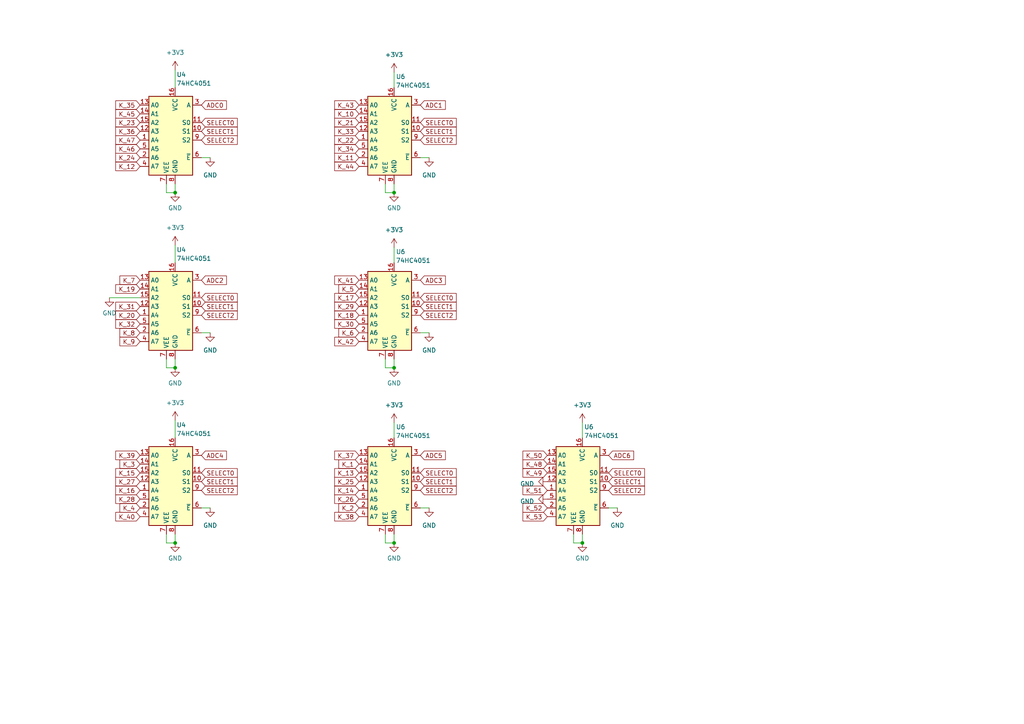
<source format=kicad_sch>
(kicad_sch (version 20230121) (generator eeschema)
  (paper "A4")
  (lib_symbols
    (symbol "74xx:74HC4051"
      (property "Reference" "U" (at -5.08 11.43 0))
      (property "Value" "74HC4051" (at -7.62 -13.97 0))
      (symbol "74HC4051_0_1"
        (rectangle (start -5.08 10.16) (end 7.62 -12.7) (stroke (width 0.254)) (fill (type background)))
      )
      (symbol "74HC4051_1_1"
        (pin passive line (at 10.16 -2.54 180) (length 2.54) (name "A4") (number "1"))
        (pin input line (at -7.62 0 0) (length 2.54) (name "S1") (number "10"))
        (pin input line (at -7.62 2.54 0) (length 2.54) (name "S0") (number "11"))
        (pin passive line (at 10.16 0 180) (length 2.54) (name "A3") (number "12"))
        (pin passive line (at 10.16 7.62 180) (length 2.54) (name "A0") (number "13"))
        (pin passive line (at 10.16 5.08 180) (length 2.54) (name "A1") (number "14"))
        (pin passive line (at 10.16 2.54 180) (length 2.54) (name "A2") (number "15"))
        (pin power_in line (at 0 12.7 270) (length 2.54) (name "VCC") (number "16"))
        (pin passive line (at 10.16 -7.62 180) (length 2.54) (name "A6") (number "2"))
        (pin passive line (at -7.62 7.62 0) (length 2.54) (name "A") (number "3"))
        (pin passive line (at 10.16 -10.16 180) (length 2.54) (name "A7") (number "4"))
        (pin passive line (at 10.16 -5.08 180) (length 2.54) (name "A5") (number "5"))
        (pin input line (at -7.62 -7.62 0) (length 2.54) (name "~{E}") (number "6"))
        (pin power_in line (at 2.54 -15.24 90) (length 2.54) (name "VEE") (number "7"))
        (pin power_in line (at 0 -15.24 90) (length 2.54) (name "GND") (number "8"))
        (pin input line (at -7.62 -2.54 0) (length 2.54) (name "S2") (number "9"))
      )
    )
    (symbol "power:+3V3" (power) (pin_names (offset 0))
      (property "Value" "+3V3" (at 0 3.556 0))
      (symbol "+3V3_0_1"
        (polyline (pts (xy -0.762 1.27) (xy 0 2.54)))
        (polyline (pts (xy 0 0) (xy 0 2.54)))
        (polyline (pts (xy 0 2.54) (xy 0.762 1.27)))
      )
      (symbol "+3V3_1_1"
        (pin power_in line (at 0 0 90) (length 0) hide (name "+3V3") (number "1"))
      )
    )
    (symbol "power:GND" (power) (pin_names (offset 0))
      (property "Value" "GND" (at 0 -3.81 0))
      (symbol "GND_0_1"
        (polyline (pts (xy 0 0) (xy 0 -1.27) (xy 1.27 -1.27) (xy 0 -2.54) (xy -1.27 -1.27) (xy 0 -1.27)))
      )
      (symbol "GND_1_1"
        (pin power_in line (at 0 0 270) (length 0) hide (name "GND") (number "1"))
      )
    )
  )
  (junction (at 114.3 55.88))
  (junction (at 50.8 55.88))
  (junction (at 114.3 157.48))
  (junction (at 168.91 157.48))
  (junction (at 50.8 106.68))
  (junction (at 50.8 157.48))
  (junction (at 114.3 106.68))
  (wire (pts (xy 50.8 53.34) (xy 50.8 55.88)))
  (wire (pts (xy 48.26 53.34) (xy 48.26 55.88)))
  (wire (pts (xy 60.96 147.32) (xy 58.42 147.32)))
  (wire (pts (xy 111.76 53.34) (xy 111.76 55.88)))
  (wire (pts (xy 60.96 45.72) (xy 58.42 45.72)))
  (wire (pts (xy 166.37 154.94) (xy 166.37 157.48)))
  (wire (pts (xy 31.75 86.36) (xy 40.64 86.36)))
  (wire (pts (xy 179.07 147.32) (xy 176.53 147.32)))
  (wire (pts (xy 48.26 157.48) (xy 50.8 157.48)))
  (wire (pts (xy 50.8 104.14) (xy 50.8 106.68)))
  (wire (pts (xy 111.76 106.68) (xy 114.3 106.68)))
  (wire (pts (xy 114.3 122.555) (xy 114.3 127)))
  (wire (pts (xy 166.37 157.48) (xy 168.91 157.48)))
  (wire (pts (xy 48.26 154.94) (xy 48.26 157.48)))
  (wire (pts (xy 114.3 53.34) (xy 114.3 55.88)))
  (wire (pts (xy 114.3 71.755) (xy 114.3 76.2)))
  (wire (pts (xy 124.46 96.52) (xy 121.92 96.52)))
  (wire (pts (xy 111.76 157.48) (xy 114.3 157.48)))
  (wire (pts (xy 114.3 20.955) (xy 114.3 25.4)))
  (wire (pts (xy 168.91 122.555) (xy 168.91 127)))
  (wire (pts (xy 48.26 106.68) (xy 50.8 106.68)))
  (wire (pts (xy 111.76 55.88) (xy 114.3 55.88)))
  (wire (pts (xy 111.76 154.94) (xy 111.76 157.48)))
  (wire (pts (xy 168.91 154.94) (xy 168.91 157.48)))
  (wire (pts (xy 50.8 71.12) (xy 50.8 76.2)))
  (wire (pts (xy 48.26 104.14) (xy 48.26 106.68)))
  (wire (pts (xy 48.26 55.88) (xy 50.8 55.88)))
  (wire (pts (xy 50.8 20.32) (xy 50.8 25.4)))
  (wire (pts (xy 50.8 121.92) (xy 50.8 127)))
  (wire (pts (xy 124.46 45.72) (xy 121.92 45.72)))
  (wire (pts (xy 114.3 104.14) (xy 114.3 106.68)))
  (wire (pts (xy 111.76 104.14) (xy 111.76 106.68)))
  (wire (pts (xy 114.3 154.94) (xy 114.3 157.48)))
  (wire (pts (xy 50.8 154.94) (xy 50.8 157.48)))
  (wire (pts (xy 124.46 147.32) (xy 121.92 147.32)))
  (wire (pts (xy 60.96 96.52) (xy 58.42 96.52)))
  (global_label "SELECT0" (shape input) (at 121.92 86.36 0) (property "Intersheetrefs" "${INTERSHEET_REFS}" (effects hide)))
  (global_label "K_9" (shape input) (at 40.64 99.06 180) (property "Intersheetrefs" "${INTERSHEET_REFS}" (effects hide)))
  (global_label "K_29" (shape input) (at 104.14 88.9 180) (property "Intersheetrefs" "${INTERSHEET_REFS}" (effects hide)))
  (global_label "ADC4" (shape input) (at 58.42 132.08 0) (property "Intersheetrefs" "${INTERSHEET_REFS}" (effects hide)))
  (global_label "K_31" (shape input) (at 40.64 88.9 180) (property "Intersheetrefs" "${INTERSHEET_REFS}" (effects hide)))
  (global_label "ADC1" (shape input) (at 121.92 30.48 0) (property "Intersheetrefs" "${INTERSHEET_REFS}" (effects hide)))
  (global_label "K_44" (shape input) (at 104.14 48.26 180) (property "Intersheetrefs" "${INTERSHEET_REFS}" (effects hide)))
  (global_label "SELECT1" (shape input) (at 176.53 139.7 0) (property "Intersheetrefs" "${INTERSHEET_REFS}" (effects hide)))
  (global_label "K_27" (shape input) (at 40.64 139.7 180) (property "Intersheetrefs" "${INTERSHEET_REFS}" (effects hide)))
  (global_label "K_4" (shape input) (at 40.64 147.32 180) (property "Intersheetrefs" "${INTERSHEET_REFS}" (effects hide)))
  (global_label "K_24" (shape input) (at 40.64 45.72 180) (property "Intersheetrefs" "${INTERSHEET_REFS}" (effects hide)))
  (global_label "K_21" (shape input) (at 104.14 35.56 180) (property "Intersheetrefs" "${INTERSHEET_REFS}" (effects hide)))
  (global_label "SELECT1" (shape input) (at 121.92 38.1 0) (property "Intersheetrefs" "${INTERSHEET_REFS}" (effects hide)))
  (global_label "K_41" (shape input) (at 104.14 81.28 180) (property "Intersheetrefs" "${INTERSHEET_REFS}" (effects hide)))
  (global_label "K_39" (shape input) (at 40.64 132.08 180) (property "Intersheetrefs" "${INTERSHEET_REFS}" (effects hide)))
  (global_label "K_25" (shape input) (at 104.14 139.7 180) (property "Intersheetrefs" "${INTERSHEET_REFS}" (effects hide)))
  (global_label "K_47" (shape input) (at 40.64 40.64 180) (property "Intersheetrefs" "${INTERSHEET_REFS}" (effects hide)))
  (global_label "K_23" (shape input) (at 40.64 35.56 180) (property "Intersheetrefs" "${INTERSHEET_REFS}" (effects hide)))
  (global_label "SELECT0" (shape input) (at 176.53 137.16 0) (property "Intersheetrefs" "${INTERSHEET_REFS}" (effects hide)))
  (global_label "SELECT0" (shape input) (at 121.92 137.16 0) (property "Intersheetrefs" "${INTERSHEET_REFS}" (effects hide)))
  (global_label "K_22" (shape input) (at 104.14 40.64 180) (property "Intersheetrefs" "${INTERSHEET_REFS}" (effects hide)))
  (global_label "SELECT1" (shape input) (at 58.42 38.1 0) (property "Intersheetrefs" "${INTERSHEET_REFS}" (effects hide)))
  (global_label "K_2" (shape input) (at 104.14 147.32 180) (property "Intersheetrefs" "${INTERSHEET_REFS}" (effects hide)))
  (global_label "K_51" (shape input) (at 158.75 142.24 180) (property "Intersheetrefs" "${INTERSHEET_REFS}" (effects hide)))
  (global_label "K_16" (shape input) (at 40.64 142.24 180) (property "Intersheetrefs" "${INTERSHEET_REFS}" (effects hide)))
  (global_label "K_26" (shape input) (at 104.14 144.78 180) (property "Intersheetrefs" "${INTERSHEET_REFS}" (effects hide)))
  (global_label "SELECT2" (shape input) (at 58.42 40.64 0) (property "Intersheetrefs" "${INTERSHEET_REFS}" (effects hide)))
  (global_label "K_43" (shape input) (at 104.14 30.48 180) (property "Intersheetrefs" "${INTERSHEET_REFS}" (effects hide)))
  (global_label "K_30" (shape input) (at 104.14 93.98 180) (property "Intersheetrefs" "${INTERSHEET_REFS}" (effects hide)))
  (global_label "K_52" (shape input) (at 158.75 147.32 180) (property "Intersheetrefs" "${INTERSHEET_REFS}" (effects hide)))
  (global_label "K_45" (shape input) (at 40.64 33.02 180) (property "Intersheetrefs" "${INTERSHEET_REFS}" (effects hide)))
  (global_label "SELECT2" (shape input) (at 176.53 142.24 0) (property "Intersheetrefs" "${INTERSHEET_REFS}" (effects hide)))
  (global_label "ADC0" (shape input) (at 58.42 30.48 0) (property "Intersheetrefs" "${INTERSHEET_REFS}" (effects hide)))
  (global_label "K_42" (shape input) (at 104.14 99.06 180) (property "Intersheetrefs" "${INTERSHEET_REFS}" (effects hide)))
  (global_label "K_36" (shape input) (at 40.64 38.1 180) (property "Intersheetrefs" "${INTERSHEET_REFS}" (effects hide)))
  (global_label "K_37" (shape input) (at 104.14 132.08 180) (property "Intersheetrefs" "${INTERSHEET_REFS}" (effects hide)))
  (global_label "SELECT2" (shape input) (at 121.92 40.64 0) (property "Intersheetrefs" "${INTERSHEET_REFS}" (effects hide)))
  (global_label "SELECT2" (shape input) (at 121.92 91.44 0) (property "Intersheetrefs" "${INTERSHEET_REFS}" (effects hide)))
  (global_label "K_40" (shape input) (at 40.64 149.86 180) (property "Intersheetrefs" "${INTERSHEET_REFS}" (effects hide)))
  (global_label "K_14" (shape input) (at 104.14 142.24 180) (property "Intersheetrefs" "${INTERSHEET_REFS}" (effects hide)))
  (global_label "K_50" (shape input) (at 158.75 132.08 180) (property "Intersheetrefs" "${INTERSHEET_REFS}" (effects hide)))
  (global_label "K_3" (shape input) (at 40.64 134.62 180) (property "Intersheetrefs" "${INTERSHEET_REFS}" (effects hide)))
  (global_label "K_13" (shape input) (at 104.14 137.16 180) (property "Intersheetrefs" "${INTERSHEET_REFS}" (effects hide)))
  (global_label "K_48" (shape input) (at 158.75 134.62 180) (property "Intersheetrefs" "${INTERSHEET_REFS}" (effects hide)))
  (global_label "K_12" (shape input) (at 40.64 48.26 180) (property "Intersheetrefs" "${INTERSHEET_REFS}" (effects hide)))
  (global_label "K_11" (shape input) (at 104.14 45.72 180) (property "Intersheetrefs" "${INTERSHEET_REFS}" (effects hide)))
  (global_label "ADC2" (shape input) (at 58.42 81.28 0) (property "Intersheetrefs" "${INTERSHEET_REFS}" (effects hide)))
  (global_label "K_32" (shape input) (at 40.64 93.98 180) (property "Intersheetrefs" "${INTERSHEET_REFS}" (effects hide)))
  (global_label "SELECT2" (shape input) (at 121.92 142.24 0) (property "Intersheetrefs" "${INTERSHEET_REFS}" (effects hide)))
  (global_label "K_15" (shape input) (at 40.64 137.16 180) (property "Intersheetrefs" "${INTERSHEET_REFS}" (effects hide)))
  (global_label "K_28" (shape input) (at 40.64 144.78 180) (property "Intersheetrefs" "${INTERSHEET_REFS}" (effects hide)))
  (global_label "SELECT1" (shape input) (at 121.92 88.9 0) (property "Intersheetrefs" "${INTERSHEET_REFS}" (effects hide)))
  (global_label "ADC6" (shape input) (at 176.53 132.08 0) (property "Intersheetrefs" "${INTERSHEET_REFS}" (effects hide)))
  (global_label "K_34" (shape input) (at 104.14 43.18 180) (property "Intersheetrefs" "${INTERSHEET_REFS}" (effects hide)))
  (global_label "SELECT0" (shape input) (at 58.42 86.36 0) (property "Intersheetrefs" "${INTERSHEET_REFS}" (effects hide)))
  (global_label "K_33" (shape input) (at 104.14 38.1 180) (property "Intersheetrefs" "${INTERSHEET_REFS}" (effects hide)))
  (global_label "K_19" (shape input) (at 40.64 83.82 180) (property "Intersheetrefs" "${INTERSHEET_REFS}" (effects hide)))
  (global_label "SELECT0" (shape input) (at 121.92 35.56 0) (property "Intersheetrefs" "${INTERSHEET_REFS}" (effects hide)))
  (global_label "K_20" (shape input) (at 40.64 91.44 180) (property "Intersheetrefs" "${INTERSHEET_REFS}" (effects hide)))
  (global_label "SELECT1" (shape input) (at 121.92 139.7 0) (property "Intersheetrefs" "${INTERSHEET_REFS}" (effects hide)))
  (global_label "K_53" (shape input) (at 158.75 149.86 180) (property "Intersheetrefs" "${INTERSHEET_REFS}" (effects hide)))
  (global_label "SELECT0" (shape input) (at 58.42 137.16 0) (property "Intersheetrefs" "${INTERSHEET_REFS}" (effects hide)))
  (global_label "K_1" (shape input) (at 104.14 134.62 180) (property "Intersheetrefs" "${INTERSHEET_REFS}" (effects hide)))
  (global_label "SELECT1" (shape input) (at 58.42 88.9 0) (property "Intersheetrefs" "${INTERSHEET_REFS}" (effects hide)))
  (global_label "ADC5" (shape input) (at 121.92 132.08 0) (property "Intersheetrefs" "${INTERSHEET_REFS}" (effects hide)))
  (global_label "K_17" (shape input) (at 104.14 86.36 180) (property "Intersheetrefs" "${INTERSHEET_REFS}" (effects hide)))
  (global_label "K_46" (shape input) (at 40.64 43.18 180) (property "Intersheetrefs" "${INTERSHEET_REFS}" (effects hide)))
  (global_label "K_18" (shape input) (at 104.14 91.44 180) (property "Intersheetrefs" "${INTERSHEET_REFS}" (effects hide)))
  (global_label "SELECT0" (shape input) (at 58.42 35.56 0) (property "Intersheetrefs" "${INTERSHEET_REFS}" (effects hide)))
  (global_label "K_8" (shape input) (at 40.64 96.52 180) (property "Intersheetrefs" "${INTERSHEET_REFS}" (effects hide)))
  (global_label "K_10" (shape input) (at 104.14 33.02 180) (property "Intersheetrefs" "${INTERSHEET_REFS}" (effects hide)))
  (global_label "K_38" (shape input) (at 104.14 149.86 180) (property "Intersheetrefs" "${INTERSHEET_REFS}" (effects hide)))
  (global_label "SELECT1" (shape input) (at 58.42 139.7 0) (property "Intersheetrefs" "${INTERSHEET_REFS}" (effects hide)))
  (global_label "ADC3" (shape input) (at 121.92 81.28 0) (property "Intersheetrefs" "${INTERSHEET_REFS}" (effects hide)))
  (global_label "K_5" (shape input) (at 104.14 83.82 180) (property "Intersheetrefs" "${INTERSHEET_REFS}" (effects hide)))
  (global_label "K_49" (shape input) (at 158.75 137.16 180) (property "Intersheetrefs" "${INTERSHEET_REFS}" (effects hide)))
  (global_label "K_6" (shape input) (at 104.14 96.52 180) (property "Intersheetrefs" "${INTERSHEET_REFS}" (effects hide)))
  (global_label "K_35" (shape input) (at 40.64 30.48 180) (property "Intersheetrefs" "${INTERSHEET_REFS}" (effects hide)))
  (global_label "K_7" (shape input) (at 40.64 81.28 180) (property "Intersheetrefs" "${INTERSHEET_REFS}" (effects hide)))
  (global_label "SELECT2" (shape input) (at 58.42 142.24 0) (property "Intersheetrefs" "${INTERSHEET_REFS}" (effects hide)))
  (global_label "SELECT2" (shape input) (at 58.42 91.44 0) (property "Intersheetrefs" "${INTERSHEET_REFS}" (effects hide)))
  (symbol (lib_id "74xx:74HC4051") (at 50.8 38.1 0) (mirror y) (unit 1)
    (property "Reference" "U4" (at 51.2016 21.6394 0) (effects (justify right)))
    (property "Value" "74HC4051" (at 51.2016 24.1794 0) (effects (justify right)))
    (property "Footprint" "cipulot_parts:TSSOP16" (effects hide))
    (property "Datasheet" "http://www.ti.com/lit/ds/symlink/cd74hc4051.pdf" (effects hide))
    (instances (project "vanagon topre" (path "" (reference "U4") (unit 1))) (project "Analog" (path "" (reference "U4") (unit 1))) (project "travaulta prototype" (path "" (reference "U4") (unit 1))) (project "vootington gaming" (path "" (reference "U51") (unit 1))))
  )
  (symbol (lib_id "power:GND") (at 60.96 96.52 0) (mirror y) (unit 1)
    (property "Reference" "#PWR04" (effects hide))
    (property "Value" "GND" (at 60.96 101.6 0))
    (instances (project "hall" (path "" (reference "#PWR04") (unit 1))) (project "vootington gaming" (path "" (reference "#PWR065") (unit 1))) (project "daughterboard" (path "" (reference "#PWR08") (unit 1))))
  )
  (symbol (lib_id "power:+3V3") (at 50.8 71.12 0) (unit 1)
    (property "Reference" "#PWR09" (effects hide))
    (property "Value" "+3V3" (at 50.8 66.04 0))
    (instances (project "vanagon topre" (path "" (reference "#PWR09") (unit 1))) (project "Analog" (path "" (reference "#PWR0138") (unit 1))) (project "travaulta prototype" (path "" (reference "#PWR0138") (unit 1))) (project "vootington gaming" (path "" (reference "#PWR062") (unit 1))))
  )
  (symbol (lib_id "power:+3V3") (at 114.3 71.755 0) (unit 1)
    (property "Reference" "#PWR040" (effects hide))
    (property "Value" "+3V3" (at 114.3 66.675 0))
    (instances (project "vanagon topre" (path "" (reference "#PWR040") (unit 1))) (project "Analog" (path "" (reference "#PWR0137") (unit 1))) (project "travaulta prototype" (path "" (reference "#PWR0137") (unit 1))) (project "vootington gaming" (path "" (reference "#PWR063") (unit 1))))
  )
  (symbol (lib_id "74xx:74HC4051") (at 50.8 88.9 0) (mirror y) (unit 1)
    (property "Reference" "U4" (at 51.2016 72.4394 0) (effects (justify right)))
    (property "Value" "74HC4051" (at 51.2016 74.9794 0) (effects (justify right)))
    (property "Footprint" "cipulot_parts:TSSOP16" (effects hide))
    (property "Datasheet" "http://www.ti.com/lit/ds/symlink/cd74hc4051.pdf" (effects hide))
    (instances (project "vanagon topre" (path "" (reference "U4") (unit 1))) (project "Analog" (path "" (reference "U4") (unit 1))) (project "travaulta prototype" (path "" (reference "U4") (unit 1))) (project "vootington gaming" (path "" (reference "U54") (unit 1))))
  )
  (symbol (lib_id "74xx:74HC4051") (at 114.3 139.7 0) (mirror y) (unit 1)
    (property "Reference" "U6" (at 114.8206 123.825 0) (effects (justify right)))
    (property "Value" "74HC4051" (at 114.8206 126.365 0) (effects (justify right)))
    (property "Footprint" "cipulot_parts:TSSOP16" (effects hide))
    (property "Datasheet" "http://www.ti.com/lit/ds/symlink/cd74hc4051.pdf" (effects hide))
    (instances (project "vanagon topre" (path "" (reference "U6") (unit 1))) (project "Analog" (path "" (reference "U3") (unit 1))) (project "travaulta prototype" (path "" (reference "U3") (unit 1))) (project "vootington gaming" (path "" (reference "U57") (unit 1))))
  )
  (symbol (lib_id "power:GND") (at 50.8 157.48 0) (unit 1)
    (property "Reference" "#PWR026" (effects hide))
    (property "Value" "GND" (at 50.8 161.925 0))
    (instances (project "vanagon topre" (path "" (reference "#PWR026") (unit 1))) (project "Analog" (path "" (reference "#PWR0136") (unit 1))) (project "travaulta prototype" (path "" (reference "#PWR0136") (unit 1))) (project "vootington gaming" (path "" (reference "#PWR081") (unit 1))))
  )
  (symbol (lib_id "power:GND") (at 158.75 144.78 270) (unit 1)
    (property "Reference" "#PWR044" (effects hide))
    (property "Value" "GND" (at 154.94 145.415 90) (effects (justify right)))
    (instances (project "vanagon topre" (path "" (reference "#PWR044") (unit 1))) (project "Analog" (path "" (reference "#PWR0134") (unit 1))) (project "travaulta prototype" (path "" (reference "#PWR0134") (unit 1))) (project "vootington gaming" (path "" (reference "#PWR0129") (unit 1))))
  )
  (symbol (lib_id "power:GND") (at 60.96 147.32 0) (mirror y) (unit 1)
    (property "Reference" "#PWR04" (effects hide))
    (property "Value" "GND" (at 60.96 152.4 0))
    (instances (project "hall" (path "" (reference "#PWR04") (unit 1))) (project "vootington gaming" (path "" (reference "#PWR067") (unit 1))) (project "daughterboard" (path "" (reference "#PWR08") (unit 1))))
  )
  (symbol (lib_id "power:GND") (at 168.91 157.48 0) (unit 1)
    (property "Reference" "#PWR044" (effects hide))
    (property "Value" "GND" (at 168.91 161.925 0))
    (instances (project "vanagon topre" (path "" (reference "#PWR044") (unit 1))) (project "Analog" (path "" (reference "#PWR0134") (unit 1))) (project "travaulta prototype" (path "" (reference "#PWR0134") (unit 1))) (project "vootington gaming" (path "" (reference "#PWR0110") (unit 1))))
  )
  (symbol (lib_id "74xx:74HC4051") (at 114.3 88.9 0) (mirror y) (unit 1)
    (property "Reference" "U6" (at 114.8206 73.025 0) (effects (justify right)))
    (property "Value" "74HC4051" (at 114.8206 75.565 0) (effects (justify right)))
    (property "Footprint" "cipulot_parts:TSSOP16" (effects hide))
    (property "Datasheet" "http://www.ti.com/lit/ds/symlink/cd74hc4051.pdf" (effects hide))
    (instances (project "vanagon topre" (path "" (reference "U6") (unit 1))) (project "Analog" (path "" (reference "U3") (unit 1))) (project "travaulta prototype" (path "" (reference "U3") (unit 1))) (project "vootington gaming" (path "" (reference "U55") (unit 1))))
  )
  (symbol (lib_id "power:+3V3") (at 114.3 20.955 0) (unit 1)
    (property "Reference" "#PWR040" (effects hide))
    (property "Value" "+3V3" (at 114.3 15.875 0))
    (instances (project "vanagon topre" (path "" (reference "#PWR040") (unit 1))) (project "Analog" (path "" (reference "#PWR0137") (unit 1))) (project "travaulta prototype" (path "" (reference "#PWR0137") (unit 1))) (project "vootington gaming" (path "" (reference "#PWR055") (unit 1))))
  )
  (symbol (lib_id "74xx:74HC4051") (at 168.91 139.7 0) (mirror y) (unit 1)
    (property "Reference" "U6" (at 169.4306 123.825 0) (effects (justify right)))
    (property "Value" "74HC4051" (at 169.4306 126.365 0) (effects (justify right)))
    (property "Footprint" "cipulot_parts:TSSOP16" (effects hide))
    (property "Datasheet" "http://www.ti.com/lit/ds/symlink/cd74hc4051.pdf" (effects hide))
    (instances (project "vanagon topre" (path "" (reference "U6") (unit 1))) (project "Analog" (path "" (reference "U3") (unit 1))) (project "travaulta prototype" (path "" (reference "U3") (unit 1))) (project "vootington gaming" (path "" (reference "U64") (unit 1))))
  )
  (symbol (lib_id "power:GND") (at 114.3 55.88 0) (unit 1)
    (property "Reference" "#PWR044" (effects hide))
    (property "Value" "GND" (at 114.3 60.325 0))
    (instances (project "vanagon topre" (path "" (reference "#PWR044") (unit 1))) (project "Analog" (path "" (reference "#PWR0134") (unit 1))) (project "travaulta prototype" (path "" (reference "#PWR0134") (unit 1))) (project "vootington gaming" (path "" (reference "#PWR059") (unit 1))))
  )
  (symbol (lib_id "power:GND") (at 124.46 147.32 0) (mirror y) (unit 1)
    (property "Reference" "#PWR04" (effects hide))
    (property "Value" "GND" (at 124.46 152.4 0))
    (instances (project "hall" (path "" (reference "#PWR04") (unit 1))) (project "vootington gaming" (path "" (reference "#PWR078") (unit 1))) (project "daughterboard" (path "" (reference "#PWR08") (unit 1))))
  )
  (symbol (lib_id "power:GND") (at 60.96 45.72 0) (mirror y) (unit 1)
    (property "Reference" "#PWR04" (effects hide))
    (property "Value" "GND" (at 60.96 50.8 0))
    (instances (project "hall" (path "" (reference "#PWR04") (unit 1))) (project "vootington gaming" (path "" (reference "#PWR021") (unit 1))) (project "daughterboard" (path "" (reference "#PWR08") (unit 1))))
  )
  (symbol (lib_id "power:GND") (at 114.3 157.48 0) (unit 1)
    (property "Reference" "#PWR044" (effects hide))
    (property "Value" "GND" (at 114.3 161.925 0))
    (instances (project "vanagon topre" (path "" (reference "#PWR044") (unit 1))) (project "Analog" (path "" (reference "#PWR0134") (unit 1))) (project "travaulta prototype" (path "" (reference "#PWR0134") (unit 1))) (project "vootington gaming" (path "" (reference "#PWR083") (unit 1))))
  )
  (symbol (lib_id "power:+3V3") (at 50.8 121.92 0) (unit 1)
    (property "Reference" "#PWR09" (effects hide))
    (property "Value" "+3V3" (at 50.8 116.84 0))
    (instances (project "vanagon topre" (path "" (reference "#PWR09") (unit 1))) (project "Analog" (path "" (reference "#PWR0138") (unit 1))) (project "travaulta prototype" (path "" (reference "#PWR0138") (unit 1))) (project "vootington gaming" (path "" (reference "#PWR076") (unit 1))))
  )
  (symbol (lib_id "74xx:74HC4051") (at 114.3 38.1 0) (mirror y) (unit 1)
    (property "Reference" "U6" (at 114.8206 22.225 0) (effects (justify right)))
    (property "Value" "74HC4051" (at 114.8206 24.765 0) (effects (justify right)))
    (property "Footprint" "cipulot_parts:TSSOP16" (effects hide))
    (property "Datasheet" "http://www.ti.com/lit/ds/symlink/cd74hc4051.pdf" (effects hide))
    (instances (project "vanagon topre" (path "" (reference "U6") (unit 1))) (project "Analog" (path "" (reference "U3") (unit 1))) (project "travaulta prototype" (path "" (reference "U3") (unit 1))) (project "vootington gaming" (path "" (reference "U53") (unit 1))))
  )
  (symbol (lib_id "power:GND") (at 179.07 147.32 0) (mirror y) (unit 1)
    (property "Reference" "#PWR04" (effects hide))
    (property "Value" "GND" (at 179.07 152.4 0))
    (instances (project "hall" (path "" (reference "#PWR04") (unit 1))) (project "vootington gaming" (path "" (reference "#PWR0109") (unit 1))) (project "daughterboard" (path "" (reference "#PWR08") (unit 1))))
  )
  (symbol (lib_id "power:GND") (at 124.46 96.52 0) (mirror y) (unit 1)
    (property "Reference" "#PWR04" (effects hide))
    (property "Value" "GND" (at 124.46 101.6 0))
    (instances (project "hall" (path "" (reference "#PWR04") (unit 1))) (project "vootington gaming" (path "" (reference "#PWR057") (unit 1))) (project "daughterboard" (path "" (reference "#PWR08") (unit 1))))
  )
  (symbol (lib_id "power:GND") (at 50.8 55.88 0) (unit 1)
    (property "Reference" "#PWR026" (effects hide))
    (property "Value" "GND" (at 50.8 60.325 0))
    (instances (project "vanagon topre" (path "" (reference "#PWR026") (unit 1))) (project "Analog" (path "" (reference "#PWR0136") (unit 1))) (project "travaulta prototype" (path "" (reference "#PWR0136") (unit 1))) (project "vootington gaming" (path "" (reference "#PWR044") (unit 1))))
  )
  (symbol (lib_id "power:GND") (at 158.75 139.7 270) (unit 1)
    (property "Reference" "#PWR044" (effects hide))
    (property "Value" "GND" (at 154.94 140.335 90) (effects (justify right)))
    (instances (project "vanagon topre" (path "" (reference "#PWR044") (unit 1))) (project "Analog" (path "" (reference "#PWR0134") (unit 1))) (project "travaulta prototype" (path "" (reference "#PWR0134") (unit 1))) (project "vootington gaming" (path "" (reference "#PWR0127") (unit 1))))
  )
  (symbol (lib_id "74xx:74HC4051") (at 50.8 139.7 0) (mirror y) (unit 1)
    (property "Reference" "U4" (at 51.2016 123.2394 0) (effects (justify right)))
    (property "Value" "74HC4051" (at 51.2016 125.7794 0) (effects (justify right)))
    (property "Footprint" "cipulot_parts:TSSOP16" (effects hide))
    (property "Datasheet" "http://www.ti.com/lit/ds/symlink/cd74hc4051.pdf" (effects hide))
    (instances (project "vanagon topre" (path "" (reference "U4") (unit 1))) (project "Analog" (path "" (reference "U4") (unit 1))) (project "travaulta prototype" (path "" (reference "U4") (unit 1))) (project "vootington gaming" (path "" (reference "U56") (unit 1))))
  )
  (symbol (lib_id "power:GND") (at 114.3 106.68 0) (unit 1)
    (property "Reference" "#PWR044" (effects hide))
    (property "Value" "GND" (at 114.3 111.125 0))
    (instances (project "vanagon topre" (path "" (reference "#PWR044") (unit 1))) (project "Analog" (path "" (reference "#PWR0134") (unit 1))) (project "travaulta prototype" (path "" (reference "#PWR0134") (unit 1))) (project "vootington gaming" (path "" (reference "#PWR075") (unit 1))))
  )
  (symbol (lib_id "power:+3V3") (at 114.3 122.555 0) (unit 1)
    (property "Reference" "#PWR040" (effects hide))
    (property "Value" "+3V3" (at 114.3 117.475 0))
    (instances (project "vanagon topre" (path "" (reference "#PWR040") (unit 1))) (project "Analog" (path "" (reference "#PWR0137") (unit 1))) (project "travaulta prototype" (path "" (reference "#PWR0137") (unit 1))) (project "vootington gaming" (path "" (reference "#PWR077") (unit 1))))
  )
  (symbol (lib_id "power:GND") (at 31.75 86.36 0) (unit 1)
    (property "Reference" "#PWR026" (effects hide))
    (property "Value" "GND" (at 31.75 90.805 0))
    (instances (project "vanagon topre" (path "" (reference "#PWR026") (unit 1))) (project "Analog" (path "" (reference "#PWR0136") (unit 1))) (project "travaulta prototype" (path "" (reference "#PWR0136") (unit 1))) (project "vootington gaming" (path "" (reference "#PWR085") (unit 1))))
  )
  (symbol (lib_id "power:GND") (at 124.46 45.72 0) (mirror y) (unit 1)
    (property "Reference" "#PWR04" (effects hide))
    (property "Value" "GND" (at 124.46 50.8 0))
    (instances (project "hall" (path "" (reference "#PWR04") (unit 1))) (project "vootington gaming" (path "" (reference "#PWR040") (unit 1))) (project "daughterboard" (path "" (reference "#PWR08") (unit 1))))
  )
  (symbol (lib_id "power:GND") (at 50.8 106.68 0) (unit 1)
    (property "Reference" "#PWR026" (effects hide))
    (property "Value" "GND" (at 50.8 111.125 0))
    (instances (project "vanagon topre" (path "" (reference "#PWR026") (unit 1))) (project "Analog" (path "" (reference "#PWR0136") (unit 1))) (project "travaulta prototype" (path "" (reference "#PWR0136") (unit 1))) (project "vootington gaming" (path "" (reference "#PWR074") (unit 1))))
  )
  (symbol (lib_id "power:+3V3") (at 168.91 122.555 0) (unit 1)
    (property "Reference" "#PWR040" (effects hide))
    (property "Value" "+3V3" (at 168.91 117.475 0))
    (instances (project "vanagon topre" (path "" (reference "#PWR040") (unit 1))) (project "Analog" (path "" (reference "#PWR0137") (unit 1))) (project "travaulta prototype" (path "" (reference "#PWR0137") (unit 1))) (project "vootington gaming" (path "" (reference "#PWR0108") (unit 1))))
  )
  (symbol (lib_id "power:+3V3") (at 50.8 20.32 0) (unit 1)
    (property "Reference" "#PWR09" (effects hide))
    (property "Value" "+3V3" (at 50.8 15.24 0))
    (instances (project "vanagon topre" (path "" (reference "#PWR09") (unit 1))) (project "Analog" (path "" (reference "#PWR0138") (unit 1))) (project "travaulta prototype" (path "" (reference "#PWR0138") (unit 1))) (project "vootington gaming" (path "" (reference "#PWR039") (unit 1))))
  )
)
</source>
